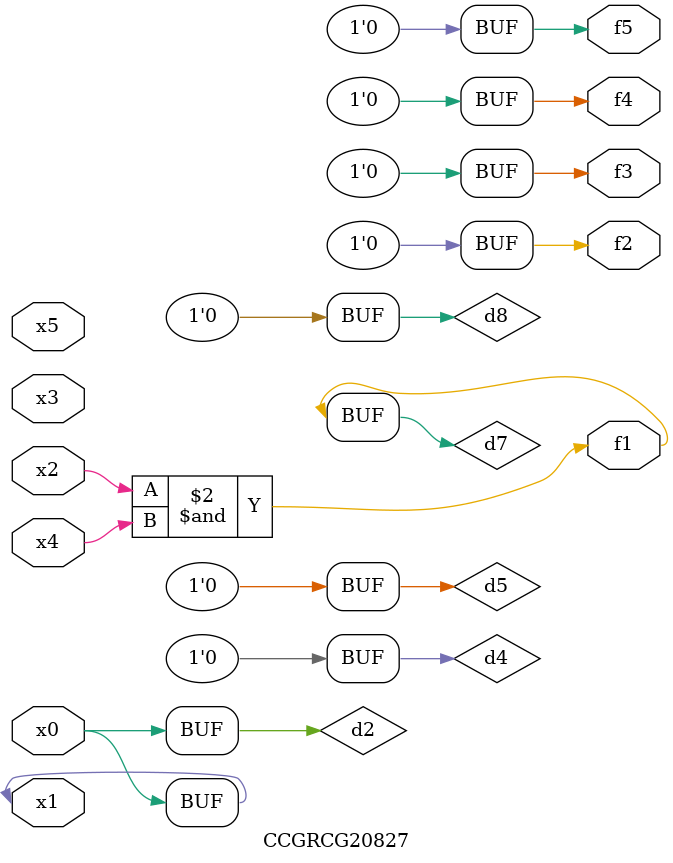
<source format=v>
module CCGRCG20827(
	input x0, x1, x2, x3, x4, x5,
	output f1, f2, f3, f4, f5
);

	wire d1, d2, d3, d4, d5, d6, d7, d8, d9;

	nand (d1, x1);
	buf (d2, x0, x1);
	nand (d3, x2, x4);
	and (d4, d1, d2);
	and (d5, d1, d2);
	nand (d6, d1, d3);
	not (d7, d3);
	xor (d8, d5);
	nor (d9, d5, d6);
	assign f1 = d7;
	assign f2 = d8;
	assign f3 = d8;
	assign f4 = d8;
	assign f5 = d8;
endmodule

</source>
